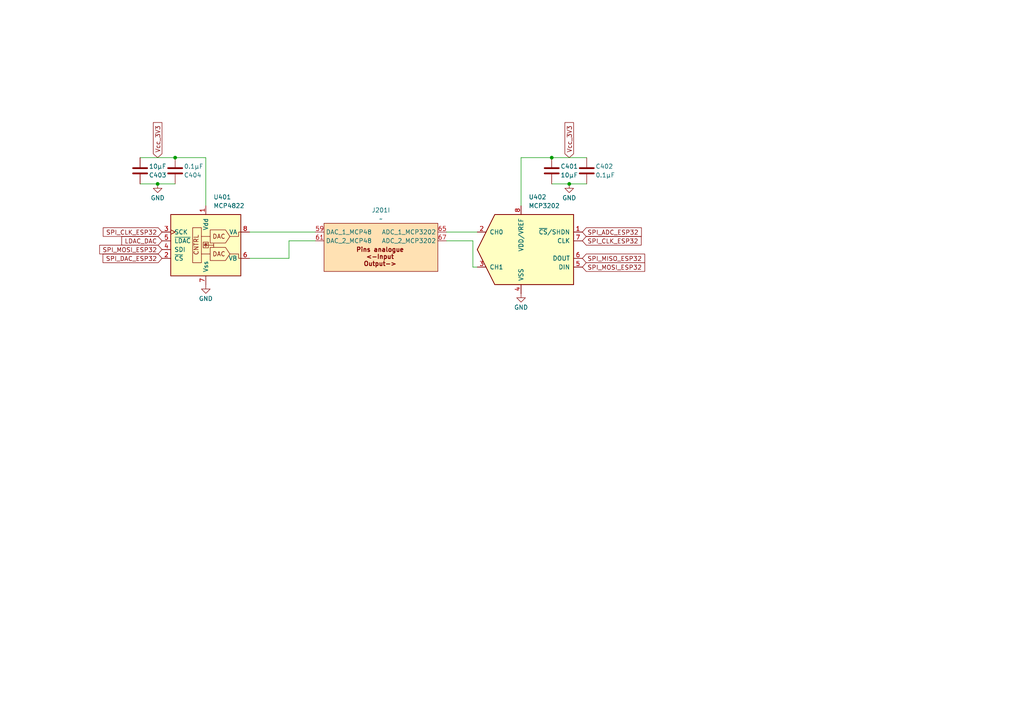
<source format=kicad_sch>
(kicad_sch (version 20231120) (generator "eeschema") (generator_version "8.0")
  (paper "A4")
  (lib_symbols
    (symbol "Analog_ADC:MCP3202" (pin_names (offset 1.016))
      (property "Reference" "U" (at -6.35 11.43 0))
      (property "Value" "MCP3202" (at 11.43 11.43 0))
      (symbol "MCP3202_0_1"
        (polyline (pts (xy 15.24 10.16) (xy -7.62 10.16) (xy -12.7 0) (xy -7.62 -10.16) (xy 15.24 -10.16) (xy 15.24 10.16)) (stroke (width 0.254)) (fill (type background)))
      )
      (symbol "MCP3202_1_1"
        (pin input line (at 17.78 5.08 180) (length 2.54) (name "~{CS}/SHDN") (number "1"))
        (pin passive line (at -12.7 5.08 0) (length 2.54) (name "CH0") (number "2"))
        (pin passive line (at -12.7 -5.08 0) (length 2.54) (name "CH1") (number "3"))
        (pin power_in line (at 0 -12.7 90) (length 2.54) (name "VSS") (number "4"))
        (pin input line (at 17.78 -5.08 180) (length 2.54) (name "DIN") (number "5"))
        (pin output line (at 17.78 -2.54 180) (length 2.54) (name "DOUT") (number "6"))
        (pin input line (at 17.78 2.54 180) (length 2.54) (name "CLK") (number "7"))
        (pin power_in line (at 0 12.7 270) (length 2.54) (name "VDD/VREF") (number "8"))
      )
    )
    (symbol "Analog_DAC:MCP4822" (pin_names (offset 1.016))
      (property "Reference" "U" (at -2.54 10.795 0))
      (property "Value" "MCP4822" (at -2.54 8.89 0))
      (symbol "MCP4822_0_0"
        (polyline (pts (xy 0 -1.778) (xy 0 -0.635)))
        (polyline (pts (xy 0.381 -0.889) (xy 0.508 -0.762)))
        (polyline (pts (xy 2.286 -1.143) (xy 2.286 -1.905)))
        (polyline (pts (xy 0.381 -0.889) (xy -0.381 -0.889) (xy -0.508 -1.016)))
        (polyline (pts (xy 0.762 -1.27) (xy 2.286 -1.27) (xy 2.286 -0.762)))
        (polyline (pts (xy 0 -0.889) (xy 0.508 -1.397) (xy -0.508 -1.397) (xy 0 -0.889)))
        (polyline (pts (xy 6.985 -3.81) (xy 9.525 -3.81) (xy 9.525 -5.08) (xy 10.16 -5.08)))
        (polyline (pts (xy 6.985 1.27) (xy 9.525 1.27) (xy 9.525 2.54) (xy 10.16 2.54)))
        (rectangle (start 0.762 -0.381) (end -0.762 -2.032))
        (text "CNTRL" (at -2.032 -4.191 900) (effects (font (size 1.27 1.27)) (justify left bottom)))
        (text "DAC" (at 3.81 -3.81 0) (effects (font (size 1.27 1.27))))
        (text "DAC" (at 3.81 1.27 0) (effects (font (size 1.27 1.27))))
      )
      (symbol "MCP4822_0_1"
        (rectangle (start -10.16 7.62) (end 10.16 -10.16) (stroke (width 0.254)) (fill (type background)))
        (rectangle (start -1.27 -6.35) (end -3.81 3.81))
        (polyline (pts (xy 1.27 -3.81) (xy -1.27 -3.81)))
        (polyline (pts (xy 1.27 1.27) (xy -1.27 1.27)))
        (polyline (pts (xy 6.985 -3.81) (xy 5.715 -1.905) (xy 1.27 -1.905) (xy 1.27 -5.715) (xy 5.715 -5.715) (xy 6.985 -3.81)))
        (polyline (pts (xy 6.985 1.27) (xy 5.715 3.175) (xy 1.27 3.175) (xy 1.27 -0.635) (xy 5.715 -0.635) (xy 6.985 1.27)))
      )
      (symbol "MCP4822_1_1"
        (pin power_in line (at 0 10.16 270) (length 2.54) (name "Vdd") (number "1"))
        (pin input line (at -12.7 -5.08 0) (length 2.54) (name "~{CS}") (number "2"))
        (pin input clock (at -12.7 2.54 0) (length 2.54) (name "SCK") (number "3"))
        (pin input line (at -12.7 -2.54 0) (length 2.54) (name "SDI") (number "4"))
        (pin input line (at -12.7 0 0) (length 2.54) (name "~{LDAC}") (number "5"))
        (pin output line (at 12.7 -5.08 180) (length 2.54) (name "VB") (number "6"))
        (pin power_in line (at 0 -12.7 90) (length 2.54) (name "Vss") (number "7"))
        (pin output line (at 12.7 2.54 180) (length 2.54) (name "VA") (number "8"))
      )
    )
    (symbol "Device:C" (pin_numbers hide) (pin_names (offset 0.254))
      (property "Reference" "C" (at 0.635 2.54 0))
      (property "Value" "C" (at 0.635 -2.54 0))
      (symbol "C_0_1"
        (polyline (pts (xy -2.032 -0.762) (xy 2.032 -0.762)) (stroke (width 0.508)))
        (polyline (pts (xy -2.032 0.762) (xy 2.032 0.762)) (stroke (width 0.508)))
      )
      (symbol "C_1_1"
        (pin passive line (at 0 3.81 270) (length 2.794) (name "~") (number "1"))
        (pin passive line (at 0 -3.81 90) (length 2.794) (name "~") (number "2"))
      )
    )
    (symbol "connecteur_m2_key_E:connecteur_SOM_ESP32"
      (property "Reference" "J" (at 0.254 16.51 0))
      (symbol "connecteur_SOM_ESP32_1_1"
        (rectangle (start -13.97 7.62) (end 13.97 -27.94) (stroke (width 0) (color 72 0 0 1)) (fill (type color) (color 255 0 0 0.52)))
        (text "Pins d'alimentation\n&\nResets" (at 0 -9.144 0) (effects (font (size 1.27 1.27) (bold yes))))
        (pin power_in line (at 16.51 6.35 180) (length 2.54) (name "GND") (number "1"))
        (pin power_in line (at 16.51 1.27 180) (length 2.54) (name "GND") (number "18"))
        (pin power_in line (at -16.51 6.35 0) (length 2.54) (name "Vcc_3v3") (number "2"))
        (pin power_in line (at 16.51 -1.27 180) (length 2.54) (name "GND") (number "33"))
        (pin power_in line (at 16.51 -3.81 180) (length 2.54) (name "GND") (number "38"))
        (pin power_in line (at 16.51 -6.35 180) (length 2.54) (name "GND") (number "39"))
        (pin power_in line (at -16.51 3.81 0) (length 2.54) (name "Vcc_3v3") (number "4"))
        (pin power_in line (at 16.51 -8.89 180) (length 2.54) (name "GND") (number "45"))
        (pin power_in line (at 16.51 -11.43 180) (length 2.54) (name "GND") (number "51"))
        (pin bidirectional line (at -16.51 1.27 0) (length 2.54) (name "RESET_AUTRES") (number "54"))
        (pin power_in line (at 16.51 -13.97 180) (length 2.54) (name "GND") (number "55"))
        (pin bidirectional line (at -16.51 -21.59 0) (length 2.54) (name "RESET_ESP32") (number "56"))
        (pin power_in line (at 16.51 -16.51 180) (length 2.54) (name "GND") (number "57"))
        (pin power_in line (at 16.51 -19.05 180) (length 2.54) (name "GND") (number "62"))
        (pin power_in line (at 16.51 -21.59 180) (length 2.54) (name "GND") (number "63"))
        (pin power_in line (at 16.51 -24.13 180) (length 2.54) (name "GND") (number "69"))
        (pin power_in line (at 16.51 3.81 180) (length 2.54) (name "GND") (number "7"))
        (pin power_in line (at -16.51 -24.13 0) (length 2.54) (name "Vcc_3v3") (number "72"))
        (pin power_in line (at -16.51 -26.67 0) (length 2.54) (name "Vcc_3v3") (number "74"))
        (pin power_in line (at 16.51 -26.67 180) (length 2.54) (name "GND") (number "75"))
      )
      (symbol "connecteur_SOM_ESP32_2_1"
        (rectangle (start -17.78 11.43) (end 16.51 -12.7) (stroke (width 0) (color 0 0 72 1)) (fill (type color) (color 0 0 255 0.2)))
        (text "I2C" (at -0.254 -0.254 0) (effects (font (size 1.27 1.27))))
        (pin bidirectional line (at 19.05 7.62 180) (length 2.54) (name "I2C_SCL_1_TCA") (number "11"))
        (pin bidirectional line (at 19.05 3.81 180) (length 2.54) (name "I2C_SDA_2_TCA") (number "13"))
        (pin bidirectional line (at 19.05 -2.54 180) (length 2.54) (name "I2C_SDA_3_TCA") (number "14"))
        (pin bidirectional line (at 19.05 1.27 180) (length 2.54) (name "I2C_SCL_2_TCA") (number "15"))
        (pin bidirectional line (at 19.05 -5.08 180) (length 2.54) (name "I2C_SCL_3_TCA") (number "16"))
        (pin bidirectional line (at 19.05 -8.89 180) (length 2.54) (name "I2C_SDA_4_TCA") (number "17"))
        (pin bidirectional line (at 19.05 -11.43 180) (length 2.54) (name "I2C_SCL_4_TCA") (number "19"))
        (pin bidirectional line (at -20.32 1.27 0) (length 2.54) (name "I2C_SDA_ESP32") (number "58"))
        (pin bidirectional line (at -20.32 -1.27 0) (length 2.54) (name "I2C_SCL_ESP32") (number "60"))
        (pin bidirectional line (at 19.05 10.16 180) (length 2.54) (name "I2C_SDA_1_TCA") (number "9"))
      )
      (symbol "connecteur_SOM_ESP32_3_1"
        (rectangle (start -2.54 6.35) (end 15.24 -7.62) (stroke (width 0) (color 0 0 72 1)) (fill (type color) (color 0 0 255 0.2)))
        (text "SPI" (at 0 0 0) (effects (font (size 1.27 1.27) (bold yes))))
        (pin bidirectional line (at 17.78 5.08 180) (length 2.54) (name "SPI_CS_5") (number "20"))
        (pin bidirectional line (at 17.78 2.54 180) (length 2.54) (name "SPI_CS_6") (number "21"))
        (pin bidirectional line (at 17.78 -1.27 180) (length 2.54) (name "SPI_CLK") (number "23"))
        (pin bidirectional line (at 17.78 -3.81 180) (length 2.54) (name "SPI_MOSI") (number "35"))
        (pin bidirectional line (at 17.78 -6.35 180) (length 2.54) (name "SPI_MISO") (number "37"))
      )
      (symbol "connecteur_SOM_ESP32_4_1"
        (rectangle (start -13.97 2.54) (end 10.16 -2.54) (stroke (width 0) (color 0 0 72 1)) (fill (type color) (color 0 0 255 0.2)))
        (text "Canbus" (at -9.906 0.254 0) (effects (font (size 1.27 1.27) (bold yes))))
        (pin bidirectional line (at 12.7 1.27 180) (length 2.54) (name "CAN_H_MCP2515") (number "71"))
        (pin bidirectional line (at 12.7 -1.27 180) (length 2.54) (name "CAN_L_MCP2515") (number "73"))
      )
      (symbol "connecteur_SOM_ESP32_5_1"
        (rectangle (start -3.81 2.54) (end 11.43 -2.54) (stroke (width 0) (color 0 0 72 1)) (fill (type color) (color 0 0 255 0.2)))
        (text "UART" (at -0.254 0.254 0) (effects (font (size 1.27 1.27) (bold yes))))
        (pin bidirectional line (at 13.97 1.27 180) (length 2.54) (name "UART_TX") (number "22"))
        (pin bidirectional line (at 13.97 -1.27 180) (length 2.54) (name "UART_RX") (number "32"))
      )
      (symbol "connecteur_SOM_ESP32_6_1"
        (rectangle (start -11.43 2.54) (end 11.43 -2.54) (stroke (width 0) (color 0 0 72 1)) (fill (type color) (color 0 0 255 0.2)))
        (text "USB" (at -8.636 0.254 0) (effects (font (size 1.27 1.27) (bold yes))))
        (pin bidirectional line (at 13.97 -1.27 180) (length 2.54) (name "USB_D+_FT231") (number "3"))
        (pin bidirectional line (at 13.97 1.27 180) (length 2.54) (name "USB_D-_FT231") (number "5"))
      )
      (symbol "connecteur_SOM_ESP32_7_1"
        (rectangle (start -12.7 2.54) (end 11.43 -2.54) (stroke (width 0) (color 0 0 72 1)) (fill (type color) (color 0 0 255 0.2)))
        (text "DEBUG" (at -8.636 0.254 0) (effects (font (size 1.27 1.27) (bold yes))))
        (pin bidirectional line (at 13.97 1.27 180) (length 2.54) (name "USB_DEBUG_D-") (number "46"))
        (pin bidirectional line (at 13.97 -1.27 180) (length 2.54) (name "USB_DEBUG_D+") (number "48"))
      )
      (symbol "connecteur_SOM_ESP32_8_1"
        (rectangle (start -8.89 5.08) (end 11.43 -2.54) (stroke (width 0) (color 0 0 72 1)) (fill (type color) (color 0 0 255 0.2)))
        (text "I2S" (at -5.842 1.27 0) (effects (font (size 1.27 1.27) (bold yes))))
        (pin bidirectional line (at 13.97 1.27 180) (length 2.54) (name "I2S_WS") (number "10"))
        (pin bidirectional line (at 13.97 -1.27 180) (length 2.54) (name "I2S_DIN/DOUT") (number "12"))
        (pin bidirectional line (at 13.97 3.81 180) (length 2.54) (name "I2S_BCLK") (number "8"))
      )
      (symbol "connecteur_SOM_ESP32_9_1"
        (rectangle (start -16.51 3.81) (end 16.51 -10.16) (fill (type color) (color 255 153 0 0.3)))
        (text "Pins analogue\n<-Input\nOutput->" (at -0.254 -5.842 0) (effects (font (size 1.27 1.27) (bold yes))))
        (pin bidirectional line (at -19.05 1.27 0) (length 2.54) (name "DAC_1_MCP48") (number "59"))
        (pin bidirectional line (at -19.05 -1.27 0) (length 2.54) (name "DAC_2_MCP48") (number "61"))
        (pin power_in line (at 19.05 1.27 180) (length 2.54) (name "ADC_1_MCP3202") (number "65"))
        (pin power_in line (at 19.05 -1.27 180) (length 2.54) (name "ADC_2_MCP3202") (number "67"))
      )
      (symbol "connecteur_SOM_ESP32_10_1"
        (rectangle (start -19.05 5.08) (end 6.35 -5.08) (stroke (width 0) (color 0 72 0 1)) (fill (type color) (color 0 132 0 0.3)))
        (text "Sortie PWM\n" (at -13.208 0.254 0) (effects (font (size 1.27 1.27))))
        (pin output line (at 8.89 3.81 180) (length 2.54) (name "PWM_1_PCA") (number "64"))
        (pin output line (at 8.89 1.27 180) (length 2.54) (name "PWM_2_PCA") (number "66"))
        (pin output line (at 8.89 -1.27 180) (length 2.54) (name "PWM_3_PCA") (number "68"))
        (pin output line (at 8.89 -3.81 180) (length 2.54) (name "PWM_4_PCA") (number "70"))
      )
      (symbol "connecteur_SOM_ESP32_11_1"
        (rectangle (start -12.7 7.62) (end 13.97 -5.08) (stroke (width 0) (color 0 72 0 1)) (fill (type color) (color 0 132 0 0.3)))
        (text "ESP32\n" (at 0.508 -2.794 0) (effects (font (size 1.27 1.27))))
        (text "GPIO pins" (at 0.508 5.842 0) (effects (font (size 1.27 1.27))))
        (pin bidirectional line (at 16.51 -1.27 180) (length 2.54) (name "GPIO47") (number "34"))
        (pin bidirectional line (at 16.51 -3.81 180) (length 2.54) (name "GPIO48") (number "36"))
        (pin bidirectional line (at -15.24 6.35 0) (length 2.54) (name "GPIO15") (number "40"))
        (pin bidirectional line (at -15.24 3.81 0) (length 2.54) (name "GPIO16") (number "41"))
        (pin bidirectional line (at -15.24 1.27 0) (length 2.54) (name "NC") (number "42"))
        (pin bidirectional line (at -15.24 -1.27 0) (length 2.54) (name "NC") (number "43"))
        (pin bidirectional line (at -15.24 -3.81 0) (length 2.54) (name "NC") (number "44"))
        (pin bidirectional line (at 16.51 6.35 180) (length 2.54) (name "NC") (number "52"))
        (pin bidirectional line (at 16.51 3.81 180) (length 2.54) (name "NC") (number "53"))
        (pin bidirectional line (at 16.51 1.27 180) (length 2.54) (name "GPIO38&LED") (number "6"))
      )
      (symbol "connecteur_SOM_ESP32_12_1"
        (rectangle (start -8.89 3.81) (end 8.89 -3.81) (fill (type color) (color 255 255 0 0.4)))
        (text "Sortie\nclock" (at -5.334 0 0) (effects (font (size 1.27 1.27) (bold yes))))
        (pin output line (at 11.43 2.54 180) (length 2.54) (name "REFCLKn/NC") (number "47"))
        (pin output line (at 11.43 0 180) (length 2.54) (name "REFCLKp/NC") (number "49"))
        (pin output line (at 11.43 -2.54 180) (length 2.54) (name "SUSCLK") (number "50"))
      )
    )
    (symbol "power:GND" (power) (pin_numbers hide) (pin_names (offset 0) hide)
      (property "Value" "GND" (at 0 -3.81 0))
      (symbol "GND_0_1"
        (polyline (pts (xy 0 0) (xy 0 -1.27) (xy 1.27 -1.27) (xy 0 -2.54) (xy -1.27 -1.27) (xy 0 -1.27)))
      )
      (symbol "GND_1_1"
        (pin power_in line (at 0 0 270) (length 0) (name "~") (number "1"))
      )
    )
  )
  (junction (at 165.1 53.34))
  (junction (at 45.72 53.34))
  (junction (at 50.8 45.72))
  (junction (at 160.02 45.72))
  (wire (pts (xy 50.8 45.72) (xy 59.69 45.72)))
  (wire (pts (xy 72.39 74.93) (xy 83.82 74.93)))
  (wire (pts (xy 137.16 69.85) (xy 137.16 77.47)))
  (wire (pts (xy 160.02 45.72) (xy 170.18 45.72)))
  (wire (pts (xy 59.69 59.69) (xy 59.69 45.72)))
  (wire (pts (xy 83.82 74.93) (xy 83.82 69.85)))
  (wire (pts (xy 40.64 45.72) (xy 50.8 45.72)))
  (wire (pts (xy 72.39 67.31) (xy 91.44 67.31)))
  (wire (pts (xy 40.64 53.34) (xy 45.72 53.34)))
  (wire (pts (xy 151.13 59.69) (xy 151.13 45.72)))
  (wire (pts (xy 129.54 67.31) (xy 138.43 67.31)))
  (wire (pts (xy 83.82 69.85) (xy 91.44 69.85)))
  (wire (pts (xy 160.02 53.34) (xy 165.1 53.34)))
  (wire (pts (xy 137.16 77.47) (xy 138.43 77.47)))
  (wire (pts (xy 165.1 53.34) (xy 170.18 53.34)))
  (wire (pts (xy 45.72 53.34) (xy 50.8 53.34)))
  (wire (pts (xy 151.13 45.72) (xy 160.02 45.72)))
  (wire (pts (xy 129.54 69.85) (xy 137.16 69.85)))
  (global_label "SPI_DAC_ESP32" (shape input) (at 46.99 74.93 180) (property "Intersheetrefs" "${INTERSHEET_REFS}" (effects (hide yes))))
  (global_label "SPI_MOSI_ESP32" (shape input) (at 46.99 72.39 180) (property "Intersheetrefs" "${INTERSHEET_REFS}" (effects (hide yes))))
  (global_label "Vcc_3V3" (shape input) (at 165.1 45.72 90) (property "Intersheetrefs" "${INTERSHEET_REFS}" (effects (hide yes))))
  (global_label "LDAC_DAC" (shape input) (at 46.99 69.85 180) (property "Intersheetrefs" "${INTERSHEET_REFS}" (effects (hide yes))))
  (global_label "Vcc_3V3" (shape input) (at 45.72 45.72 90) (property "Intersheetrefs" "${INTERSHEET_REFS}" (effects (hide yes))))
  (global_label "SPI_MOSI_ESP32" (shape input) (at 168.91 77.47 0) (property "Intersheetrefs" "${INTERSHEET_REFS}" (effects (hide yes))))
  (global_label "SPI_MISO_ESP32" (shape input) (at 168.91 74.93 0) (property "Intersheetrefs" "${INTERSHEET_REFS}" (effects (hide yes))))
  (global_label "SPI_CLK_ESP32" (shape input) (at 168.91 69.85 0) (property "Intersheetrefs" "${INTERSHEET_REFS}" (effects (hide yes))))
  (global_label "SPI_CLK_ESP32" (shape input) (at 46.99 67.31 180) (property "Intersheetrefs" "${INTERSHEET_REFS}" (effects (hide yes))))
  (global_label "SPI_ADC_ESP32" (shape input) (at 168.91 67.31 0) (property "Intersheetrefs" "${INTERSHEET_REFS}" (effects (hide yes))))
  (symbol (lib_id "Device:C") (at 40.64 49.53 0) (mirror x) (unit 1)
    (property "Reference" "C403" (at 43.18 50.8 0) (effects (justify left)))
    (property "Value" "10µF" (at 43.18 48.26 0) (effects (justify left)))
    (property "Footprint" "Resistor_SMD:R_0805_2012Metric" (effects (hide yes)))
    (property "Description" "Unpolarized capacitor" (effects (hide yes)))
  )
  (symbol (lib_id "Analog_DAC:MCP4822") (at 59.69 69.85 0) (unit 1)
    (property "Reference" "U401" (at 61.8841 57.15 0) (effects (justify left)))
    (property "Value" "MCP4822" (at 61.8841 59.69 0) (effects (justify left)))
    (property "Footprint" "Package_SO:SOIC-8_3.9x4.9mm_P1.27mm" (effects (hide yes)))
    (property "Datasheet" "http://ww1.microchip.com/downloads/en/DeviceDoc/20002249B.pdf" (effects (hide yes)))
    (property "Description" "2-Channel 12-Bit D/A Converters with SPI Interface and Internal Reference (2.048V)" (effects (hide yes)))
  )
  (symbol (lib_id "power:GND") (at 151.13 85.09 0) (unit 1)
    (property "Reference" "#PWR0401" (effects (hide yes)))
    (property "Value" "GND" (at 151.13 89.154 0))
    (property "Description" "Power symbol creates a global label with name \"GND\" , ground" (effects (hide yes)))
  )
  (symbol (lib_id "Device:C") (at 160.02 49.53 0) (unit 1)
    (property "Reference" "C401" (at 162.56 48.26 0) (effects (justify left)))
    (property "Value" "10µF" (at 162.56 50.8 0) (effects (justify left)))
    (property "Footprint" "Resistor_SMD:R_0805_2012Metric" (effects (hide yes)))
    (property "Description" "Unpolarized capacitor" (effects (hide yes)))
  )
  (symbol (lib_id "connecteur_m2_key_E:connecteur_SOM_ESP32") (at 110.49 68.58 0) (unit 9)
    (property "Reference" "J201" (at 110.49 60.96 0))
    (property "Value" "~" (at 110.49 63.5 0))
    (property "Footprint" "connecteur_M2_key_E:NGFF_E" (effects (hide yes)))
  )
  (symbol (lib_id "Device:C") (at 50.8 49.53 0) (mirror x) (unit 1)
    (property "Reference" "C404" (at 53.34 50.8 0) (effects (justify left)))
    (property "Value" "0.1µF" (at 53.34 48.26 0) (effects (justify left)))
    (property "Footprint" "Resistor_SMD:R_0805_2012Metric" (effects (hide yes)))
    (property "Description" "Unpolarized capacitor" (effects (hide yes)))
  )
  (symbol (lib_id "power:GND") (at 45.72 53.34 0) (mirror y) (unit 1)
    (property "Reference" "#PWR0403" (effects (hide yes)))
    (property "Value" "GND" (at 45.72 57.404 0))
    (property "Description" "Power symbol creates a global label with name \"GND\" , ground" (effects (hide yes)))
  )
  (symbol (lib_id "power:GND") (at 165.1 53.34 0) (unit 1)
    (property "Reference" "#PWR0402" (effects (hide yes)))
    (property "Value" "GND" (at 165.1 57.404 0))
    (property "Description" "Power symbol creates a global label with name \"GND\" , ground" (effects (hide yes)))
  )
  (symbol (lib_id "Analog_ADC:MCP3202") (at 151.13 72.39 0) (unit 1)
    (property "Reference" "U402" (at 153.3241 57.15 0) (effects (justify left)))
    (property "Value" "MCP3202" (at 153.3241 59.69 0) (effects (justify left)))
    (property "Footprint" "Package_SO:SOIC-8_3.9x4.9mm_P1.27mm" (effects (hide yes)))
    (property "Datasheet" "http://ww1.microchip.com/downloads/en/DeviceDoc/21034D.pdf" (effects (hide yes)))
    (property "Description" "A/D Converter, 12-Bit, 2-Channel, SPI Interface, 2.7V-5.5V" (effects (hide yes)))
  )
  (symbol (lib_id "power:GND") (at 59.69 82.55 0) (unit 1)
    (property "Reference" "#PWR0404" (effects (hide yes)))
    (property "Value" "GND" (at 59.69 86.614 0))
    (property "Description" "Power symbol creates a global label with name \"GND\" , ground" (effects (hide yes)))
  )
  (symbol (lib_id "Device:C") (at 170.18 49.53 0) (unit 1)
    (property "Reference" "C402" (at 172.72 48.26 0) (effects (justify left)))
    (property "Value" "0.1µF" (at 172.72 50.8 0) (effects (justify left)))
    (property "Footprint" "Resistor_SMD:R_0805_2012Metric" (effects (hide yes)))
    (property "Description" "Unpolarized capacitor" (effects (hide yes)))
  )
)
</source>
